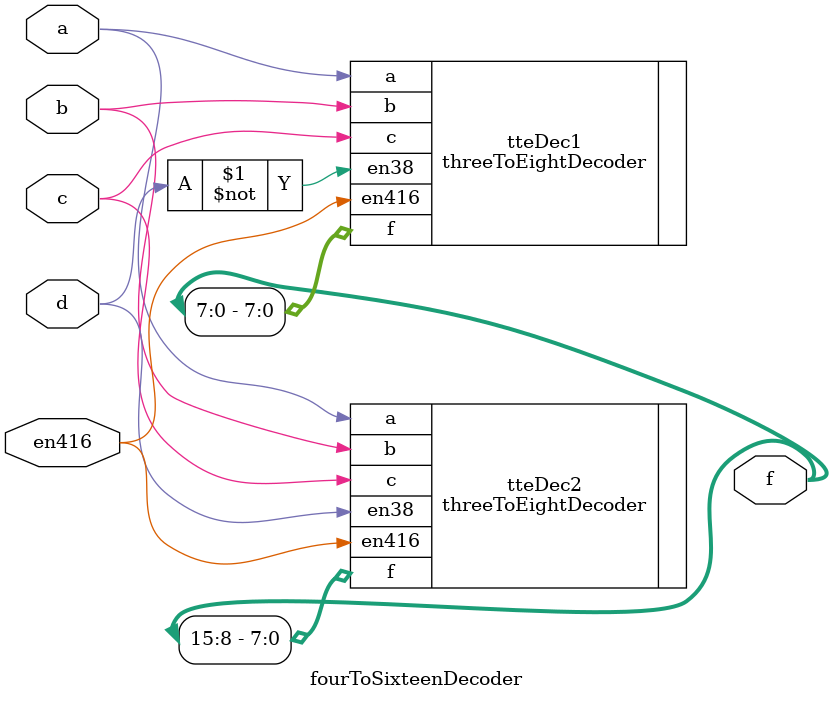
<source format=sv>
`timescale 1ns / 1ps


module fourToSixteenDecoder(
    input logic en416, d, c, b, a,
    output logic [15:0] f
);
    // Code Here...
    threeToEightDecoder tteDec1(.en416(en416), .en38(~d), .c(c), .b(b), .a(a), .f(f[7:0]));
    threeToEightDecoder tteDec2(.en416(en416), .en38(d), .c(c), .b(b), .a(a), .f(f[15:8]));



endmodule

</source>
